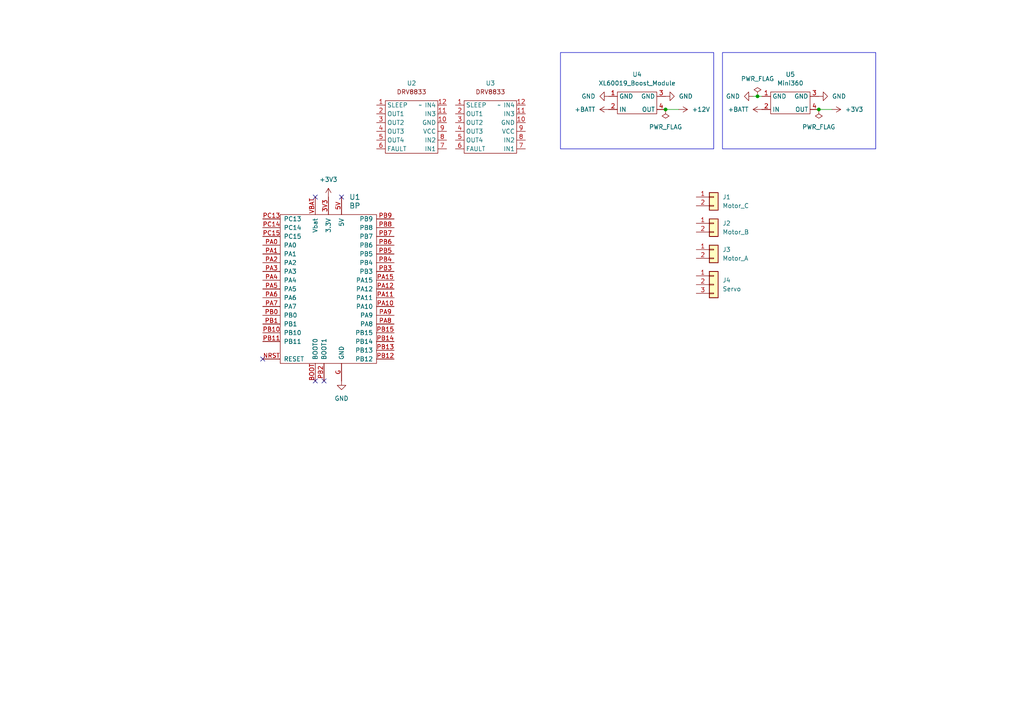
<source format=kicad_sch>
(kicad_sch (version 20230121) (generator eeschema)
  (paper "A4")
  (lib_symbols
    (symbol "Connector_Generic:Conn_01x02" (pin_names (offset 1.016) hide)
      (property "Reference" "J" (at 0 2.54 0))
      (property "Value" "Conn_01x02" (at 0 -5.08 0))
      (symbol "Conn_01x02_1_1"
        (rectangle (start -1.27 -2.413) (end 0 -2.667) (stroke (width 0.1524)))
        (rectangle (start -1.27 0.127) (end 0 -0.127) (stroke (width 0.1524)))
        (rectangle (start -1.27 1.27) (end 1.27 -3.81) (stroke (width 0.254)) (fill (type background)))
        (pin passive line (at -5.08 0 0) (length 3.81) (name "Pin_1") (number "1"))
        (pin passive line (at -5.08 -2.54 0) (length 3.81) (name "Pin_2") (number "2"))
      )
    )
    (symbol "Connector_Generic:Conn_01x03" (pin_names (offset 1.016) hide)
      (property "Reference" "J" (at 0 5.08 0))
      (property "Value" "Conn_01x03" (at 0 -5.08 0))
      (symbol "Conn_01x03_1_1"
        (rectangle (start -1.27 -2.413) (end 0 -2.667) (stroke (width 0.1524)))
        (rectangle (start -1.27 0.127) (end 0 -0.127) (stroke (width 0.1524)))
        (rectangle (start -1.27 2.667) (end 0 2.413) (stroke (width 0.1524)))
        (rectangle (start -1.27 3.81) (end 1.27 -3.81) (stroke (width 0.254)) (fill (type background)))
        (pin passive line (at -5.08 2.54 0) (length 3.81) (name "Pin_1") (number "1"))
        (pin passive line (at -5.08 0 0) (length 3.81) (name "Pin_2") (number "2"))
        (pin passive line (at -5.08 -2.54 0) (length 3.81) (name "Pin_3") (number "3"))
      )
    )
    (symbol "My_Library:HW-627"
      (property "Reference" "U" (at 0 0 0))
      (symbol "HW-627_0_1"
        (rectangle (start -7.62 7.62) (end 7.62 -7.62))
      )
      (symbol "HW-627_1_1"
        (text "DRV8833" (at 0 10.16 0) (effects (font (size 1.27 1.27))))
        (pin output line (at -10.16 6.35 0) (length 2.54) (name "SLEEP") (number "1"))
        (pin power_out line (at 10.16 1.27 180) (length 2.54) (name "GND") (number "10"))
        (pin input line (at 10.16 3.81 180) (length 2.54) (name "IN3") (number "11"))
        (pin input line (at 10.16 6.35 180) (length 2.54) (name "IN4") (number "12"))
        (pin output line (at -10.16 3.81 0) (length 2.54) (name "OUT1") (number "2"))
        (pin output line (at -10.16 1.27 0) (length 2.54) (name "OUT2") (number "3"))
        (pin output line (at -10.16 -1.27 0) (length 2.54) (name "OUT3") (number "4"))
        (pin output line (at -10.16 -3.81 0) (length 2.54) (name "OUT4") (number "5"))
        (pin output line (at -10.16 -6.35 0) (length 2.54) (name "FAULT") (number "6"))
        (pin input line (at 10.16 -6.35 180) (length 2.54) (name "IN1") (number "7"))
        (pin input line (at 10.16 -3.81 180) (length 2.54) (name "IN2") (number "8"))
        (pin power_in line (at 10.16 -1.27 180) (length 2.54) (name "VCC") (number "9"))
      )
    )
    (symbol "My_Library:Mini360"
      (property "Reference" "U" (at 2.54 7.62 0))
      (property "Value" "Mini360" (at 6.35 10.16 0))
      (symbol "Mini360_0_1"
        (rectangle (start 0 6.35) (end 11.43 0))
      )
      (symbol "Mini360_1_1"
        (pin power_in line (at -2.54 5.08 0) (length 2.54) (name "GND") (number "1"))
        (pin power_in line (at -2.54 1.27 0) (length 2.54) (name "IN") (number "2"))
        (pin power_out line (at 13.97 5.08 180) (length 2.54) (name "GND") (number "3"))
        (pin power_out line (at 13.97 1.27 180) (length 2.54) (name "OUT") (number "4"))
      )
    )
    (symbol "My_Library:STM32 Bluepill" (pin_names (offset 1.016))
      (property "Reference" "U" (at -12.7 22.86 0))
      (property "Value" "BP" (at 7.62 -24.13 0))
      (symbol "STM32 Bluepill_0_1"
        (rectangle (start -13.97 21.59) (end 13.97 -21.59))
      )
      (symbol "STM32 Bluepill_1_1"
        (pin power_out line (at 0 26.67 270) (length 5.08) (name "3.3V") (number "3V3"))
        (pin power_out line (at 3.81 26.67 270) (length 5.08) (name "5V") (number "5V"))
        (pin input line (at -3.81 -26.67 90) (length 5.08) (name "BOOT0") (number "BOOT"))
        (pin power_out line (at 3.81 -26.67 90) (length 5.08) (name "GND") (number "G"))
        (pin input line (at -19.05 -20.32 0) (length 5.08) (name "RESET") (number "NRST"))
        (pin bidirectional line (at -19.05 12.7 0) (length 5.08) (name "PA0") (number "PA0"))
        (pin bidirectional line (at -19.05 10.16 0) (length 5.08) (name "PA1") (number "PA1"))
        (pin bidirectional line (at 19.05 -5.08 180) (length 5.08) (name "PA10") (number "PA10"))
        (pin bidirectional line (at 19.05 -2.54 180) (length 5.08) (name "PA11") (number "PA11"))
        (pin bidirectional line (at 19.05 0 180) (length 5.08) (name "PA12") (number "PA12"))
        (pin bidirectional line (at 19.05 2.54 180) (length 5.08) (name "PA15") (number "PA15"))
        (pin bidirectional line (at -19.05 7.62 0) (length 5.08) (name "PA2") (number "PA2"))
        (pin bidirectional line (at -19.05 5.08 0) (length 5.08) (name "PA3") (number "PA3"))
        (pin bidirectional line (at -19.05 2.54 0) (length 5.08) (name "PA4") (number "PA4"))
        (pin bidirectional line (at -19.05 0 0) (length 5.08) (name "PA5") (number "PA5"))
        (pin bidirectional line (at -19.05 -2.54 0) (length 5.08) (name "PA6") (number "PA6"))
        (pin bidirectional line (at -19.05 -5.08 0) (length 5.08) (name "PA7") (number "PA7"))
        (pin bidirectional line (at 19.05 -10.16 180) (length 5.08) (name "PA8") (number "PA8"))
        (pin bidirectional line (at 19.05 -7.62 180) (length 5.08) (name "PA9") (number "PA9"))
        (pin bidirectional line (at -19.05 -7.62 0) (length 5.08) (name "PB0") (number "PB0"))
        (pin bidirectional line (at -19.05 -10.16 0) (length 5.08) (name "PB1") (number "PB1"))
        (pin bidirectional line (at -19.05 -12.7 0) (length 5.08) (name "PB10") (number "PB10"))
        (pin bidirectional line (at -19.05 -15.24 0) (length 5.08) (name "PB11") (number "PB11"))
        (pin bidirectional line (at 19.05 -20.32 180) (length 5.08) (name "PB12") (number "PB12"))
        (pin bidirectional line (at 19.05 -17.78 180) (length 5.08) (name "PB13") (number "PB13"))
        (pin bidirectional line (at 19.05 -15.24 180) (length 5.08) (name "PB14") (number "PB14"))
        (pin bidirectional line (at 19.05 -12.7 180) (length 5.08) (name "PB15") (number "PB15"))
        (pin input line (at -1.27 -26.67 90) (length 5.08) (name "BOOT1") (number "PB2"))
        (pin bidirectional line (at 19.05 5.08 180) (length 5.08) (name "PB3") (number "PB3"))
        (pin bidirectional line (at 19.05 7.62 180) (length 5.08) (name "PB4") (number "PB4"))
        (pin bidirectional line (at 19.05 10.16 180) (length 5.08) (name "PB5") (number "PB5"))
        (pin bidirectional line (at 19.05 12.7 180) (length 5.08) (name "PB6") (number "PB6"))
        (pin bidirectional line (at 19.05 15.24 180) (length 5.08) (name "PB7") (number "PB7"))
        (pin bidirectional line (at 19.05 17.78 180) (length 5.08) (name "PB8") (number "PB8"))
        (pin bidirectional line (at 19.05 20.32 180) (length 5.08) (name "PB9") (number "PB9"))
        (pin bidirectional line (at -19.05 20.32 0) (length 5.08) (name "PC13") (number "PC13"))
        (pin bidirectional line (at -19.05 17.78 0) (length 5.08) (name "PC14") (number "PC14"))
        (pin bidirectional line (at -19.05 15.24 0) (length 5.08) (name "PC15") (number "PC15"))
        (pin power_in line (at -3.81 26.67 270) (length 5.08) (name "Vbat") (number "VBAT"))
      )
    )
    (symbol "My_Library:XL60019_Boost_Module"
      (property "Reference" "U" (at 2.54 7.62 0))
      (property "Value" "XL60019_Boost_Module" (at 6.35 10.16 0))
      (symbol "XL60019_Boost_Module_0_1"
        (rectangle (start 0 6.35) (end 11.43 0))
      )
      (symbol "XL60019_Boost_Module_1_1"
        (pin power_in line (at -2.54 5.08 0) (length 2.54) (name "GND") (number "1"))
        (pin power_in line (at -2.54 1.27 0) (length 2.54) (name "IN") (number "2"))
        (pin power_out line (at 13.97 5.08 180) (length 2.54) (name "GND") (number "3"))
        (pin power_out line (at 13.97 1.27 180) (length 2.54) (name "OUT") (number "4"))
      )
    )
    (symbol "power:+12V" (power) (pin_names (offset 0))
      (property "Value" "+12V" (at 0 3.556 0))
      (symbol "+12V_0_1"
        (polyline (pts (xy -0.762 1.27) (xy 0 2.54)))
        (polyline (pts (xy 0 0) (xy 0 2.54)))
        (polyline (pts (xy 0 2.54) (xy 0.762 1.27)))
      )
      (symbol "+12V_1_1"
        (pin power_in line (at 0 0 90) (length 0) hide (name "+12V") (number "1"))
      )
    )
    (symbol "power:+3V3" (power) (pin_names (offset 0))
      (property "Value" "+3V3" (at 0 3.556 0))
      (symbol "+3V3_0_1"
        (polyline (pts (xy -0.762 1.27) (xy 0 2.54)))
        (polyline (pts (xy 0 0) (xy 0 2.54)))
        (polyline (pts (xy 0 2.54) (xy 0.762 1.27)))
      )
      (symbol "+3V3_1_1"
        (pin power_in line (at 0 0 90) (length 0) hide (name "+3V3") (number "1"))
      )
    )
    (symbol "power:+BATT" (power) (pin_names (offset 0))
      (property "Value" "+BATT" (at 0 3.556 0))
      (symbol "+BATT_0_1"
        (polyline (pts (xy -0.762 1.27) (xy 0 2.54)))
        (polyline (pts (xy 0 0) (xy 0 2.54)))
        (polyline (pts (xy 0 2.54) (xy 0.762 1.27)))
      )
      (symbol "+BATT_1_1"
        (pin power_in line (at 0 0 90) (length 0) hide (name "+BATT") (number "1"))
      )
    )
    (symbol "power:GND" (power) (pin_names (offset 0))
      (property "Value" "GND" (at 0 -3.81 0))
      (symbol "GND_0_1"
        (polyline (pts (xy 0 0) (xy 0 -1.27) (xy 1.27 -1.27) (xy 0 -2.54) (xy -1.27 -1.27) (xy 0 -1.27)))
      )
      (symbol "GND_1_1"
        (pin power_in line (at 0 0 270) (length 0) hide (name "GND") (number "1"))
      )
    )
    (symbol "power:PWR_FLAG" (power) (pin_numbers hide) (pin_names (offset 0) hide)
      (property "Value" "PWR_FLAG" (at 0 3.81 0))
      (symbol "PWR_FLAG_0_0"
        (pin power_out line (at 0 0 90) (length 0) (name "pwr") (number "1"))
      )
      (symbol "PWR_FLAG_0_1"
        (polyline (pts (xy 0 0) (xy 0 1.27) (xy -1.016 1.905) (xy 0 2.54) (xy 1.016 1.905) (xy 0 1.27)))
      )
    )
  )
  (junction (at 193.04 31.75))
  (junction (at 237.49 31.75))
  (junction (at 219.71 27.94))
  (no_connect (at 93.98 110.49))
  (no_connect (at 91.44 57.15))
  (no_connect (at 99.06 57.15))
  (no_connect (at 76.2 104.14))
  (no_connect (at 91.44 110.49))
  (wire (pts (xy 241.3 31.75) (xy 237.49 31.75)))
  (wire (pts (xy 196.85 31.75) (xy 193.04 31.75)))
  (wire (pts (xy 219.71 27.94) (xy 220.98 27.94)))
  (wire (pts (xy 218.44 27.94) (xy 219.71 27.94)))
  (rectangle (start 162.56 15.24) (end 207.01 43.18))
  (rectangle (start 209.55 15.24) (end 254 43.18))
  (symbol (lib_id "power:+BATT") (at 220.98 31.75 90) (unit 1)
    (property "Reference" "#PWR09" (effects hide))
    (property "Value" "+BATT" (at 217.17 31.75 90) (effects (justify left)))
  )
  (symbol (lib_id "Connector_Generic:Conn_01x02") (at 207.01 57.15 0) (unit 1)
    (property "Reference" "J1" (at 209.55 57.15 0) (effects (justify left)))
    (property "Value" "Motor_C" (at 209.55 59.69 0) (effects (justify left)))
  )
  (symbol (lib_id "power:PWR_FLAG") (at 237.49 31.75 180) (unit 1)
    (property "Reference" "#FLG01" (effects hide))
    (property "Value" "PWR_FLAG" (at 237.49 36.83 0))
  )
  (symbol (lib_id "power:GND") (at 193.04 27.94 90) (unit 1)
    (property "Reference" "#PWR01" (effects hide))
    (property "Value" "GND" (at 196.85 27.94 90) (effects (justify right)))
  )
  (symbol (lib_id "power:+12V") (at 196.85 31.75 270) (unit 1)
    (property "Reference" "#PWR010" (effects hide))
    (property "Value" "+12V" (at 200.66 31.75 90) (effects (justify left)))
  )
  (symbol (lib_id "Connector_Generic:Conn_01x03") (at 207.01 82.55 0) (unit 1)
    (property "Reference" "J4" (at 209.55 81.28 0) (effects (justify left)))
    (property "Value" "Servo" (at 209.55 83.82 0) (effects (justify left)))
  )
  (symbol (lib_id "power:+3V3") (at 95.25 57.15 0) (unit 1)
    (property "Reference" "#PWR05" (effects hide))
    (property "Value" "+3V3" (at 95.25 52.07 0))
  )
  (symbol (lib_id "power:GND") (at 176.53 27.94 270) (unit 1)
    (property "Reference" "#PWR04" (effects hide))
    (property "Value" "GND" (at 172.72 27.94 90) (effects (justify right)))
  )
  (symbol (lib_id "Connector_Generic:Conn_01x02") (at 207.01 64.77 0) (unit 1)
    (property "Reference" "J2" (at 209.55 64.77 0) (effects (justify left)))
    (property "Value" "Motor_B" (at 209.55 67.31 0) (effects (justify left)))
  )
  (symbol (lib_id "My_Library:XL60019_Boost_Module") (at 179.07 33.02 0) (unit 1)
    (property "Reference" "U4" (at 184.785 21.59 0))
    (property "Value" "XL60019_Boost_Module" (at 184.785 24.13 0))
    (property "Footprint" "My_Library:Mini360" (effects hide))
  )
  (symbol (lib_id "My_Library:HW-627") (at 119.38 36.83 0) (unit 1)
    (property "Reference" "U2" (at 119.38 24.13 0))
    (property "Value" "~" (at 121.92 30.48 0))
    (property "Footprint" "My_Library:HW-627" (effects hide))
  )
  (symbol (lib_id "My_Library:Mini360") (at 223.52 33.02 0) (unit 1)
    (property "Reference" "U5" (at 229.235 21.59 0))
    (property "Value" "Mini360" (at 229.235 24.13 0))
    (property "Footprint" "My_Library:Mini360" (effects hide))
  )
  (symbol (lib_id "power:PWR_FLAG") (at 219.71 27.94 0) (unit 1)
    (property "Reference" "#FLG03" (effects hide))
    (property "Value" "PWR_FLAG" (at 219.71 22.86 0))
  )
  (symbol (lib_id "power:+BATT") (at 176.53 31.75 90) (unit 1)
    (property "Reference" "#PWR08" (effects hide))
    (property "Value" "+BATT" (at 172.72 31.75 90) (effects (justify left)))
  )
  (symbol (lib_id "My_Library:STM32 Bluepill") (at 95.25 83.82 0) (unit 1)
    (property "Reference" "U1" (at 101.2541 57.15 0) (effects (font (size 1.524 1.524)) (justify left)))
    (property "Value" "BP" (at 101.2541 59.69 0) (effects (font (size 1.524 1.524)) (justify left)))
    (property "Footprint" "My_Library:blue_pill" (effects hide))
    (property "Datasheet" "https://www.electronicshub.org/getting-started-with-stm32f103c8t6-blue-pill/" (effects hide))
  )
  (symbol (lib_id "Connector_Generic:Conn_01x02") (at 207.01 72.39 0) (unit 1)
    (property "Reference" "J3" (at 209.55 72.39 0) (effects (justify left)))
    (property "Value" "Motor_A" (at 209.55 74.93 0) (effects (justify left)))
  )
  (symbol (lib_id "power:PWR_FLAG") (at 193.04 31.75 180) (unit 1)
    (property "Reference" "#FLG02" (effects hide))
    (property "Value" "PWR_FLAG" (at 193.04 36.83 0))
  )
  (symbol (lib_id "power:GND") (at 218.44 27.94 270) (unit 1)
    (property "Reference" "#PWR03" (effects hide))
    (property "Value" "GND" (at 214.63 27.94 90) (effects (justify right)))
  )
  (symbol (lib_id "My_Library:HW-627") (at 142.24 36.83 0) (unit 1)
    (property "Reference" "U3" (at 142.24 24.13 0))
    (property "Value" "~" (at 144.78 30.48 0))
    (property "Footprint" "My_Library:HW-627" (effects hide))
  )
  (symbol (lib_id "power:+3V3") (at 241.3 31.75 270) (unit 1)
    (property "Reference" "#PWR07" (effects hide))
    (property "Value" "+3V3" (at 245.11 31.75 90) (effects (justify left)))
  )
  (symbol (lib_id "power:GND") (at 237.49 27.94 90) (unit 1)
    (property "Reference" "#PWR02" (effects hide))
    (property "Value" "GND" (at 241.3 27.94 90) (effects (justify right)))
  )
  (symbol (lib_id "power:GND") (at 99.06 110.49 0) (unit 1)
    (property "Reference" "#PWR06" (effects hide))
    (property "Value" "GND" (at 99.06 115.57 0))
  )
)
</source>
